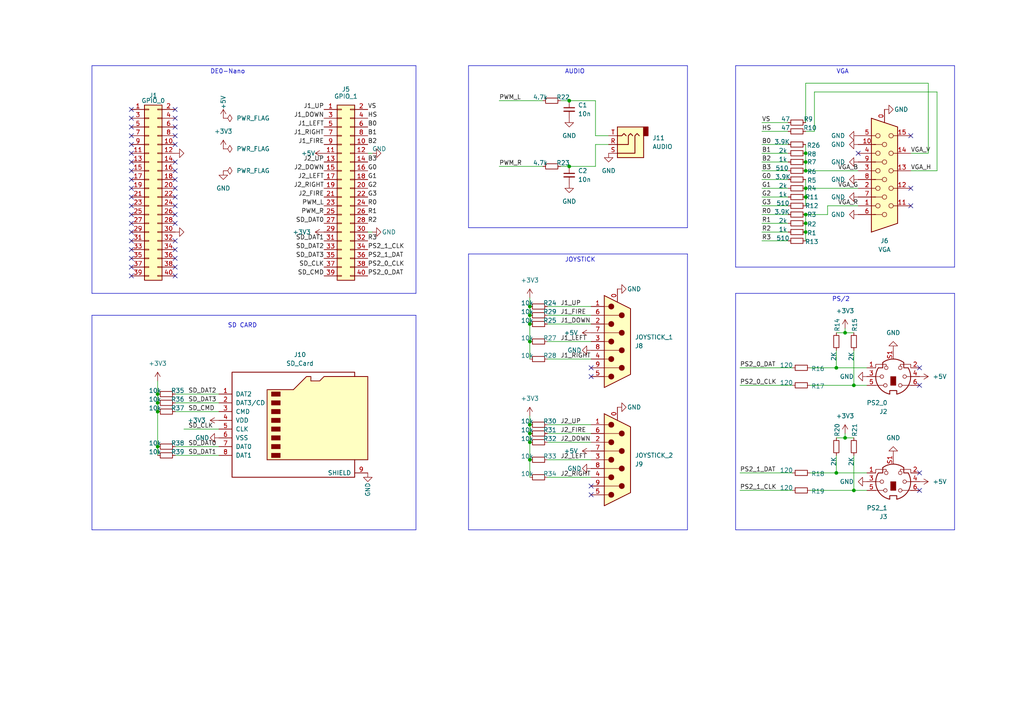
<source format=kicad_sch>
(kicad_sch (version 20230121) (generator eeschema)
  (paper "A4")
  (title_block (title "DE0-NANO COMMODORE 64") (date "2024-01-05") (rev "001") (company "Marek Czerski - ma.czerski@gmail.com"))
  (lib_symbols
    (symbol "000_LOCAL:+3.3V" (power) (pin_names (offset 0))
      (property "Value" "+3.3V" (at 0 3.556 0))
      (symbol "+3.3V_0_1"
        (polyline (pts (xy -0.762 1.27) (xy 0 2.54)))
        (polyline (pts (xy 0 0) (xy 0 2.54)))
        (polyline (pts (xy 0 2.54) (xy 0.762 1.27)))
      )
      (symbol "+3.3V_1_1"
        (pin power_in line (at 0 0 90) (length 0) hide (name "+3V3") (number "1"))
      )
    )
    (symbol "000_LOCAL:+5V" (power) (pin_names (offset 0))
      (property "Value" "+5V" (at 0 3.556 0))
      (symbol "+5V_0_1"
        (polyline (pts (xy -0.762 1.27) (xy 0 2.54)))
        (polyline (pts (xy 0 0) (xy 0 2.54)))
        (polyline (pts (xy 0 2.54) (xy 0.762 1.27)))
      )
      (symbol "+5V_1_1"
        (pin power_in line (at 0 0 90) (length 0) hide (name "+5V") (number "1"))
      )
    )
    (symbol "000_LOCAL:AudioJack3"
      (property "Reference" "J11" (at -7.62 -1.905 0))
      (property "Value" "AUDIO" (at -7.62 0.635 0))
      (symbol "AudioJack3_0_1"
        (rectangle (start -5.08 -5.08) (end -6.35 -2.54) (stroke (width 0.254)) (fill (type outline)))
        (polyline (pts (xy 0 -2.54) (xy 0.635 -3.175) (xy 1.27 -2.54) (xy 2.54 -2.54)) (stroke (width 0.254)))
        (polyline (pts (xy -1.905 -2.54) (xy -1.27 -3.175) (xy -0.635 -2.54) (xy -0.635 0) (xy 2.54 0)) (stroke (width 0.254)))
        (polyline (pts (xy 2.54 2.54) (xy -2.54 2.54) (xy -2.54 -2.54) (xy -3.175 -3.175) (xy -3.81 -2.54)) (stroke (width 0.254)))
        (rectangle (start 2.54 3.81) (end -5.08 -5.08) (stroke (width 0.254)) (fill (type background)))
      )
      (symbol "AudioJack3_1_1"
        (pin passive line (at 5.08 0 180) (length 2.54) (name "~") (number "R"))
        (pin passive line (at 5.08 2.54 180) (length 2.54) (name "~") (number "S"))
        (pin passive line (at 5.08 -2.54 180) (length 2.54) (name "~") (number "T"))
      )
    )
    (symbol "000_LOCAL:C_Small" (pin_numbers hide) (pin_names (offset 0.254) hide)
      (property "Reference" "C1" (at 2.54 1.2637 0))
      (property "Value" "10n" (at 2.54 -1.2763 0))
      (symbol "C_Small_0_1"
        (polyline (pts (xy -1.524 -0.508) (xy 1.524 -0.508)) (stroke (width 0.3302)))
        (polyline (pts (xy -1.524 0.508) (xy 1.524 0.508)) (stroke (width 0.3048)))
      )
      (symbol "C_Small_1_1"
        (pin passive line (at 0 2.54 270) (length 2.032) (name "~") (number "1"))
        (pin passive line (at 0 -2.54 90) (length 2.032) (name "~") (number "2"))
      )
    )
    (symbol "000_LOCAL:Conn_02x20_Odd_Even" (pin_names (offset 1.016) hide)
      (property "Reference" "J" (at 1.27 25.4 0))
      (property "Value" "Conn_02x20_Odd_Even" (at 1.27 -27.94 0))
      (symbol "Conn_02x20_Odd_Even_1_1"
        (rectangle (start -1.27 -25.273) (end 0 -25.527) (stroke (width 0.1524)))
        (rectangle (start -1.27 -22.733) (end 0 -22.987) (stroke (width 0.1524)))
        (rectangle (start -1.27 -20.193) (end 0 -20.447) (stroke (width 0.1524)))
        (rectangle (start -1.27 -17.653) (end 0 -17.907) (stroke (width 0.1524)))
        (rectangle (start -1.27 -15.113) (end 0 -15.367) (stroke (width 0.1524)))
        (rectangle (start -1.27 -12.573) (end 0 -12.827) (stroke (width 0.1524)))
        (rectangle (start -1.27 -10.033) (end 0 -10.287) (stroke (width 0.1524)))
        (rectangle (start -1.27 -7.493) (end 0 -7.747) (stroke (width 0.1524)))
        (rectangle (start -1.27 -4.953) (end 0 -5.207) (stroke (width 0.1524)))
        (rectangle (start -1.27 -2.413) (end 0 -2.667) (stroke (width 0.1524)))
        (rectangle (start -1.27 0.127) (end 0 -0.127) (stroke (width 0.1524)))
        (rectangle (start -1.27 2.667) (end 0 2.413) (stroke (width 0.1524)))
        (rectangle (start -1.27 5.207) (end 0 4.953) (stroke (width 0.1524)))
        (rectangle (start -1.27 7.747) (end 0 7.493) (stroke (width 0.1524)))
        (rectangle (start -1.27 10.287) (end 0 10.033) (stroke (width 0.1524)))
        (rectangle (start -1.27 12.827) (end 0 12.573) (stroke (width 0.1524)))
        (rectangle (start -1.27 15.367) (end 0 15.113) (stroke (width 0.1524)))
        (rectangle (start -1.27 17.907) (end 0 17.653) (stroke (width 0.1524)))
        (rectangle (start -1.27 20.447) (end 0 20.193) (stroke (width 0.1524)))
        (rectangle (start -1.27 22.987) (end 0 22.733) (stroke (width 0.1524)))
        (rectangle (start -1.27 24.13) (end 3.81 -26.67) (stroke (width 0.254)) (fill (type background)))
        (rectangle (start 3.81 -25.273) (end 2.54 -25.527) (stroke (width 0.1524)))
        (rectangle (start 3.81 -22.733) (end 2.54 -22.987) (stroke (width 0.1524)))
        (rectangle (start 3.81 -20.193) (end 2.54 -20.447) (stroke (width 0.1524)))
        (rectangle (start 3.81 -17.653) (end 2.54 -17.907) (stroke (width 0.1524)))
        (rectangle (start 3.81 -15.113) (end 2.54 -15.367) (stroke (width 0.1524)))
        (rectangle (start 3.81 -12.573) (end 2.54 -12.827) (stroke (width 0.1524)))
        (rectangle (start 3.81 -10.033) (end 2.54 -10.287) (stroke (width 0.1524)))
        (rectangle (start 3.81 -7.493) (end 2.54 -7.747) (stroke (width 0.1524)))
        (rectangle (start 3.81 -4.953) (end 2.54 -5.207) (stroke (width 0.1524)))
        (rectangle (start 3.81 -2.413) (end 2.54 -2.667) (stroke (width 0.1524)))
        (rectangle (start 3.81 0.127) (end 2.54 -0.127) (stroke (width 0.1524)))
        (rectangle (start 3.81 2.667) (end 2.54 2.413) (stroke (width 0.1524)))
        (rectangle (start 3.81 5.207) (end 2.54 4.953) (stroke (width 0.1524)))
        (rectangle (start 3.81 7.747) (end 2.54 7.493) (stroke (width 0.1524)))
        (rectangle (start 3.81 10.287) (end 2.54 10.033) (stroke (width 0.1524)))
        (rectangle (start 3.81 12.827) (end 2.54 12.573) (stroke (width 0.1524)))
        (rectangle (start 3.81 15.367) (end 2.54 15.113) (stroke (width 0.1524)))
        (rectangle (start 3.81 17.907) (end 2.54 17.653) (stroke (width 0.1524)))
        (rectangle (start 3.81 20.447) (end 2.54 20.193) (stroke (width 0.1524)))
        (rectangle (start 3.81 22.987) (end 2.54 22.733) (stroke (width 0.1524)))
        (pin passive line (at -5.08 22.86 0) (length 3.81) (name "Pin_1") (number "1"))
        (pin passive line (at 7.62 12.7 180) (length 3.81) (name "Pin_10") (number "10"))
        (pin passive line (at -5.08 10.16 0) (length 3.81) (name "Pin_11") (number "11"))
        (pin passive line (at 7.62 10.16 180) (length 3.81) (name "Pin_12") (number "12"))
        (pin passive line (at -5.08 7.62 0) (length 3.81) (name "Pin_13") (number "13"))
        (pin passive line (at 7.62 7.62 180) (length 3.81) (name "Pin_14") (number "14"))
        (pin passive line (at -5.08 5.08 0) (length 3.81) (name "Pin_15") (number "15"))
        (pin passive line (at 7.62 5.08 180) (length 3.81) (name "Pin_16") (number "16"))
        (pin passive line (at -5.08 2.54 0) (length 3.81) (name "Pin_17") (number "17"))
        (pin passive line (at 7.62 2.54 180) (length 3.81) (name "Pin_18") (number "18"))
        (pin passive line (at -5.08 0 0) (length 3.81) (name "Pin_19") (number "19"))
        (pin passive line (at 7.62 22.86 180) (length 3.81) (name "Pin_2") (number "2"))
        (pin passive line (at 7.62 0 180) (length 3.81) (name "Pin_20") (number "20"))
        (pin passive line (at -5.08 -2.54 0) (length 3.81) (name "Pin_21") (number "21"))
        (pin passive line (at 7.62 -2.54 180) (length 3.81) (name "Pin_22") (number "22"))
        (pin passive line (at -5.08 -5.08 0) (length 3.81) (name "Pin_23") (number "23"))
        (pin passive line (at 7.62 -5.08 180) (length 3.81) (name "Pin_24") (number "24"))
        (pin passive line (at -5.08 -7.62 0) (length 3.81) (name "Pin_25") (number "25"))
        (pin passive line (at 7.62 -7.62 180) (length 3.81) (name "Pin_26") (number "26"))
        (pin passive line (at -5.08 -10.16 0) (length 3.81) (name "Pin_27") (number "27"))
        (pin passive line (at 7.62 -10.16 180) (length 3.81) (name "Pin_28") (number "28"))
        (pin passive line (at -5.08 -12.7 0) (length 3.81) (name "Pin_29") (number "29"))
        (pin passive line (at -5.08 20.32 0) (length 3.81) (name "Pin_3") (number "3"))
        (pin passive line (at 7.62 -12.7 180) (length 3.81) (name "Pin_30") (number "30"))
        (pin passive line (at -5.08 -15.24 0) (length 3.81) (name "Pin_31") (number "31"))
        (pin passive line (at 7.62 -15.24 180) (length 3.81) (name "Pin_32") (number "32"))
        (pin passive line (at -5.08 -17.78 0) (length 3.81) (name "Pin_33") (number "33"))
        (pin passive line (at 7.62 -17.78 180) (length 3.81) (name "Pin_34") (number "34"))
        (pin passive line (at -5.08 -20.32 0) (length 3.81) (name "Pin_35") (number "35"))
        (pin passive line (at 7.62 -20.32 180) (length 3.81) (name "Pin_36") (number "36"))
        (pin passive line (at -5.08 -22.86 0) (length 3.81) (name "Pin_37") (number "37"))
        (pin passive line (at 7.62 -22.86 180) (length 3.81) (name "Pin_38") (number "38"))
        (pin passive line (at -5.08 -25.4 0) (length 3.81) (name "Pin_39") (number "39"))
        (pin passive line (at 7.62 20.32 180) (length 3.81) (name "Pin_4") (number "4"))
        (pin passive line (at 7.62 -25.4 180) (length 3.81) (name "Pin_40") (number "40"))
        (pin passive line (at -5.08 17.78 0) (length 3.81) (name "Pin_5") (number "5"))
        (pin passive line (at 7.62 17.78 180) (length 3.81) (name "Pin_6") (number "6"))
        (pin passive line (at -5.08 15.24 0) (length 3.81) (name "Pin_7") (number "7"))
        (pin passive line (at 7.62 15.24 180) (length 3.81) (name "Pin_8") (number "8"))
        (pin passive line (at -5.08 12.7 0) (length 3.81) (name "Pin_9") (number "9"))
      )
    )
    (symbol "000_LOCAL:DB15_Female_HighDensity_MountingHoles" (pin_names (offset 1.016) hide)
      (property "Reference" "J" (at 0 21.59 0))
      (property "Value" "DB15_Female_HighDensity_MountingHoles" (at 0 19.05 0))
      (symbol "DB15_Female_HighDensity_MountingHoles_0_1"
        (circle (center -1.905 -10.16) (radius 0.635))
        (circle (center -1.905 -5.08) (radius 0.635))
        (circle (center -1.905 0) (radius 0.635))
        (circle (center -1.905 5.08) (radius 0.635))
        (circle (center -1.905 10.16) (radius 0.635))
        (circle (center 0 -7.62) (radius 0.635))
        (circle (center 0 -2.54) (radius 0.635))
        (polyline (pts (xy -3.175 7.62) (xy -0.635 7.62)))
        (polyline (pts (xy -0.635 -7.62) (xy -3.175 -7.62)))
        (polyline (pts (xy -0.635 -2.54) (xy -3.175 -2.54)))
        (polyline (pts (xy -0.635 2.54) (xy -3.175 2.54)))
        (polyline (pts (xy -0.635 12.7) (xy -3.175 12.7)))
        (polyline (pts (xy -3.81 17.78) (xy -3.81 -15.24) (xy 3.81 -12.7) (xy 3.81 15.24) (xy -3.81 17.78)) (stroke (width 0.254)) (fill (type background)))
        (circle (center 0 2.54) (radius 0.635))
        (circle (center 0 7.62) (radius 0.635))
        (circle (center 0 12.7) (radius 0.635))
        (circle (center 1.905 -10.16) (radius 0.635))
        (circle (center 1.905 -5.08) (radius 0.635))
        (circle (center 1.905 0) (radius 0.635))
        (circle (center 1.905 5.08) (radius 0.635))
        (circle (center 1.905 10.16) (radius 0.635))
      )
      (symbol "DB15_Female_HighDensity_MountingHoles_1_1"
        (pin passive line (at 0 -17.78 90) (length 3.81) (name "~") (number "0"))
        (pin passive line (at -7.62 10.16 0) (length 5.08) (name "~") (number "1"))
        (pin passive line (at -7.62 -7.62 0) (length 5.08) (name "~") (number "10"))
        (pin passive line (at 7.62 10.16 180) (length 5.08) (name "~") (number "11"))
        (pin passive line (at 7.62 5.08 180) (length 5.08) (name "~") (number "12"))
        (pin passive line (at 7.62 0 180) (length 5.08) (name "~") (number "13"))
        (pin passive line (at 7.62 -5.08 180) (length 5.08) (name "~") (number "14"))
        (pin passive line (at 7.62 -10.16 180) (length 5.08) (name "~") (number "15"))
        (pin passive line (at -7.62 5.08 0) (length 5.08) (name "~") (number "2"))
        (pin passive line (at -7.62 0 0) (length 5.08) (name "~") (number "3"))
        (pin passive line (at -7.62 -5.08 0) (length 5.08) (name "~") (number "4"))
        (pin passive line (at -7.62 -10.16 0) (length 5.08) (name "~") (number "5"))
        (pin passive line (at -7.62 12.7 0) (length 5.08) (name "~") (number "6"))
        (pin passive line (at -7.62 7.62 0) (length 5.08) (name "~") (number "7"))
        (pin passive line (at -7.62 2.54 0) (length 5.08) (name "~") (number "8"))
        (pin passive line (at -7.62 -2.54 0) (length 5.08) (name "~") (number "9"))
      )
    )
    (symbol "000_LOCAL:DE9_Plug_MountingHoles" (pin_names (offset 1.016) hide)
      (property "Reference" "J8" (at 5.08 1.27 0))
      (property "Value" "JOYSTICK_1" (at 5.08 -1.27 0))
      (symbol "DE9_Plug_MountingHoles_0_1"
        (circle (center -1.778 -10.16) (radius 0.762) (fill (type outline)))
        (circle (center -1.778 -5.08) (radius 0.762) (fill (type outline)))
        (circle (center -1.778 0) (radius 0.762) (fill (type outline)))
        (circle (center -1.778 5.08) (radius 0.762) (fill (type outline)))
        (circle (center -1.778 10.16) (radius 0.762) (fill (type outline)))
        (polyline (pts (xy -3.81 -10.16) (xy -2.54 -10.16)))
        (polyline (pts (xy -3.81 -7.62) (xy 0.508 -7.62)))
        (polyline (pts (xy -3.81 -5.08) (xy -2.54 -5.08)))
        (polyline (pts (xy -3.81 -2.54) (xy 0.508 -2.54)))
        (polyline (pts (xy -3.81 0) (xy -2.54 0)))
        (polyline (pts (xy -3.81 2.54) (xy 0.508 2.54)))
        (polyline (pts (xy -3.81 5.08) (xy -2.54 5.08)))
        (polyline (pts (xy -3.81 7.62) (xy 0.508 7.62)))
        (polyline (pts (xy -3.81 10.16) (xy -2.54 10.16)))
        (polyline (pts (xy -3.81 -13.335) (xy -3.81 13.335) (xy 3.81 9.525) (xy 3.81 -9.525) (xy -3.81 -13.335)) (stroke (width 0.254)) (fill (type background)))
        (circle (center 1.27 -7.62) (radius 0.762) (fill (type outline)))
        (circle (center 1.27 -2.54) (radius 0.762) (fill (type outline)))
        (circle (center 1.27 2.54) (radius 0.762) (fill (type outline)))
        (circle (center 1.27 7.62) (radius 0.762) (fill (type outline)))
      )
      (symbol "DE9_Plug_MountingHoles_1_1"
        (pin passive line (at 0 -15.24 90) (length 3.81) (name "PAD") (number "0"))
        (pin passive line (at -7.62 -10.16 0) (length 3.81) (name "1") (number "1"))
        (pin passive line (at -7.62 -5.08 0) (length 3.81) (name "2") (number "2"))
        (pin passive line (at -7.62 0 0) (length 3.81) (name "3") (number "3"))
        (pin passive line (at -7.62 5.08 0) (length 3.81) (name "4") (number "4"))
        (pin passive line (at -7.62 10.16 0) (length 3.81) (name "5") (number "5"))
        (pin passive line (at -7.62 -7.62 0) (length 3.81) (name "6") (number "6"))
        (pin passive line (at -7.62 -2.54 0) (length 3.81) (name "7") (number "7"))
        (pin passive line (at -7.62 2.54 0) (length 3.81) (name "8") (number "8"))
        (pin passive line (at -7.62 7.62 0) (length 3.81) (name "9") (number "9"))
      )
    )
    (symbol "000_LOCAL:GND" (power) (pin_names (offset 0))
      (property "Value" "GND" (at 0 -3.81 0))
      (symbol "GND_0_1"
        (polyline (pts (xy 0 0) (xy 0 -1.27) (xy 1.27 -1.27) (xy 0 -2.54) (xy -1.27 -1.27) (xy 0 -1.27)))
      )
      (symbol "GND_1_1"
        (pin power_in line (at 0 0 270) (length 0) hide (name "GND") (number "1"))
      )
    )
    (symbol "000_LOCAL:Micro_SD_Card" (pin_names (offset 1.016))
      (property "Reference" "J10" (at 0.635 19.05 0))
      (property "Value" "SD_Card" (at 0.635 16.51 0))
      (symbol "Micro_SD_Card_0_1"
        (rectangle (start -7.62 -9.525) (end -5.08 -10.795) (fill (type outline)))
        (rectangle (start -7.62 -6.985) (end -5.08 -8.255) (fill (type outline)))
        (rectangle (start -7.62 -4.445) (end -5.08 -5.715) (fill (type outline)))
        (rectangle (start -7.62 -1.905) (end -5.08 -3.175) (fill (type outline)))
        (rectangle (start -7.62 0.635) (end -5.08 -0.635) (fill (type outline)))
        (rectangle (start -7.62 3.175) (end -5.08 1.905) (fill (type outline)))
        (rectangle (start -7.62 5.715) (end -5.08 4.445) (fill (type outline)))
        (rectangle (start -7.62 8.255) (end -5.08 6.985) (fill (type outline)))
        (polyline (pts (xy 16.51 12.7) (xy 16.51 13.97) (xy -19.05 13.97) (xy -19.05 -16.51) (xy 16.51 -16.51) (xy 16.51 -11.43)) (stroke (width 0.254)))
        (polyline (pts (xy -8.89 -11.43) (xy -8.89 8.89) (xy -1.27 8.89) (xy 2.54 12.7) (xy 3.81 12.7) (xy 3.81 11.43) (xy 6.35 11.43) (xy 7.62 12.7) (xy 20.32 12.7) (xy 20.32 -11.43) (xy -8.89 -11.43)) (stroke (width 0.254)) (fill (type background)))
      )
      (symbol "Micro_SD_Card_1_1"
        (pin bidirectional line (at -22.86 7.62 0) (length 3.81) (name "DAT2") (number "1"))
        (pin bidirectional line (at -22.86 5.08 0) (length 3.81) (name "DAT3/CD") (number "2"))
        (pin input line (at -22.86 2.54 0) (length 3.81) (name "CMD") (number "3"))
        (pin power_in line (at -22.86 0 0) (length 3.81) (name "VDD") (number "4"))
        (pin input line (at -22.86 -2.54 0) (length 3.81) (name "CLK") (number "5"))
        (pin power_in line (at -22.86 -5.08 0) (length 3.81) (name "VSS") (number "6"))
        (pin bidirectional line (at -22.86 -7.62 0) (length 3.81) (name "DAT0") (number "7"))
        (pin bidirectional line (at -22.86 -10.16 0) (length 3.81) (name "DAT1") (number "8"))
        (pin passive line (at 20.32 -15.24 180) (length 3.81) (name "SHIELD") (number "9"))
      )
    )
    (symbol "000_LOCAL:Mini-DIN-6" (pin_names (offset 1.016))
      (property "Reference" "J2" (at 1.6511 10.16 0))
      (property "Value" "PS2_0" (at 1.6511 7.62 0))
      (symbol "Mini-DIN-6_0_1"
        (circle (center -3.302 0) (radius 0.508))
        (arc (start -3.048 -4.064) (mid 0 -5.08) (end 3.048 -4.064) (stroke (width 0.254)))
        (circle (center -2.032 -2.54) (radius 0.508))
        (circle (center -2.032 2.54) (radius 0.508))
        (arc (start -1.016 5.08) (mid -4.6228 2.1214) (end -4.318 -2.54) (stroke (width 0.254)))
        (rectangle (start -0.762 2.54) (end 0.762 0) (fill (type outline)))
        (polyline (pts (xy -3.81 0) (xy -5.08 0)))
        (polyline (pts (xy -2.54 2.54) (xy -5.08 2.54)))
        (polyline (pts (xy 2.794 2.54) (xy 5.08 2.54)))
        (polyline (pts (xy 5.08 0) (xy 3.81 0)))
        (polyline (pts (xy -4.318 -2.54) (xy -3.048 -2.54) (xy -3.048 -4.064)) (stroke (width 0.254)))
        (polyline (pts (xy 4.318 -2.54) (xy 3.048 -2.54) (xy 3.048 -4.064)) (stroke (width 0.254)))
        (polyline (pts (xy -2.032 -3.048) (xy -2.032 -3.556) (xy -5.08 -3.556) (xy -5.08 -2.54)))
        (polyline (pts (xy -1.016 5.08) (xy -1.016 4.064) (xy 1.016 4.064) (xy 1.016 5.08)) (stroke (width 0.254)))
        (polyline (pts (xy 2.032 -3.048) (xy 2.032 -3.556) (xy 5.08 -3.556) (xy 5.08 -2.54)))
        (circle (center 2.032 -2.54) (radius 0.508))
        (circle (center 2.286 2.54) (radius 0.508))
        (circle (center 3.302 0) (radius 0.508))
        (arc (start 4.318 -2.54) (mid 4.6661 2.1322) (end 1.016 5.08) (stroke (width 0.254)))
      )
      (symbol "Mini-DIN-6_1_1"
        (pin passive line (at 7.62 -2.54 180) (length 2.54) (name "~") (number "1"))
        (pin passive line (at -7.62 -2.54 0) (length 2.54) (name "~") (number "2"))
        (pin passive line (at 7.62 0 180) (length 2.54) (name "~") (number "3"))
        (pin passive line (at -7.62 0 0) (length 2.54) (name "~") (number "4"))
        (pin passive line (at 7.62 2.54 180) (length 2.54) (name "~") (number "5"))
        (pin passive line (at -7.62 2.54 0) (length 2.54) (name "~") (number "6"))
        (pin passive line (at 0 -7.62 90) (length 2.54) (name "~") (number "S1"))
      )
    )
    (symbol "000_LOCAL:R_Small" (pin_numbers hide) (pin_names (offset 0.254) hide)
      (property "Reference" "R23" (at -1.016 -3.302 90))
      (property "Value" "4.7k" (at -1.016 3.302 90))
      (symbol "R_Small_0_1"
        (rectangle (start -0.762 1.778) (end 0.762 -1.778) (stroke (width 0.2032)))
      )
      (symbol "R_Small_1_1"
        (pin passive line (at 0 2.54 270) (length 0.762) (name "~") (number "1"))
        (pin passive line (at 0 -2.54 90) (length 0.762) (name "~") (number "2"))
      )
    )
    (symbol "power:PWR_FLAG" (power) (pin_numbers hide) (pin_names (offset 0) hide)
      (property "Value" "PWR_FLAG" (at 0 3.81 0))
      (symbol "PWR_FLAG_0_0"
        (pin power_out line (at 0 0 90) (length 0) (name "pwr") (number "1"))
      )
      (symbol "PWR_FLAG_0_1"
        (polyline (pts (xy 0 0) (xy 0 1.27) (xy -1.016 1.905) (xy 0 2.54) (xy 1.016 1.905) (xy 0 1.27)))
      )
    )
  )
  (junction (at 153.67 91.44))
  (junction (at 247.65 142.24))
  (junction (at 233.68 57.15))
  (junction (at 233.68 49.53))
  (junction (at 153.67 128.27))
  (junction (at 247.65 111.76))
  (junction (at 233.68 46.99))
  (junction (at 153.67 133.35))
  (junction (at 45.72 116.84))
  (junction (at 45.72 129.54))
  (junction (at 242.57 137.16))
  (junction (at 45.72 119.38))
  (junction (at 153.67 123.19))
  (junction (at 242.57 106.68))
  (junction (at 233.68 44.45))
  (junction (at 153.67 93.98))
  (junction (at 45.72 114.3))
  (junction (at 233.68 67.31))
  (junction (at 233.68 64.77))
  (junction (at 245.11 127))
  (junction (at 153.67 88.9))
  (junction (at 165.1 48.26))
  (junction (at 165.1 29.21))
  (junction (at 153.67 125.73))
  (junction (at 153.67 99.06))
  (junction (at 245.11 96.52))
  (junction (at 233.68 62.23))
  (junction (at 233.68 54.61))
  (no_connect (at 50.8 52.07))
  (no_connect (at 38.1 77.47))
  (no_connect (at 264.16 39.37))
  (no_connect (at 38.1 49.53))
  (no_connect (at 38.1 59.69))
  (no_connect (at 266.7 106.68))
  (no_connect (at 266.7 142.24))
  (no_connect (at 50.8 46.99))
  (no_connect (at 50.8 57.15))
  (no_connect (at 50.8 72.39))
  (no_connect (at 38.1 67.31))
  (no_connect (at 38.1 34.29))
  (no_connect (at 266.7 137.16))
  (no_connect (at 38.1 46.99))
  (no_connect (at 38.1 72.39))
  (no_connect (at 50.8 64.77))
  (no_connect (at 38.1 39.37))
  (no_connect (at 266.7 111.76))
  (no_connect (at 171.45 109.22))
  (no_connect (at 38.1 64.77))
  (no_connect (at 50.8 77.47))
  (no_connect (at 50.8 69.85))
  (no_connect (at 38.1 69.85))
  (no_connect (at 264.16 59.69))
  (no_connect (at 50.8 41.91))
  (no_connect (at 38.1 52.07))
  (no_connect (at 50.8 31.75))
  (no_connect (at 50.8 49.53))
  (no_connect (at 38.1 57.15))
  (no_connect (at 38.1 31.75))
  (no_connect (at 50.8 80.01))
  (no_connect (at 171.45 106.68))
  (no_connect (at 38.1 74.93))
  (no_connect (at 38.1 54.61))
  (no_connect (at 38.1 80.01))
  (no_connect (at 50.8 62.23))
  (no_connect (at 38.1 41.91))
  (no_connect (at 171.45 140.97))
  (no_connect (at 38.1 44.45))
  (no_connect (at 50.8 36.83))
  (no_connect (at 264.16 54.61))
  (no_connect (at 50.8 54.61))
  (no_connect (at 50.8 34.29))
  (no_connect (at 171.45 143.51))
  (no_connect (at 50.8 74.93))
  (no_connect (at 50.8 39.37))
  (no_connect (at 50.8 59.69))
  (no_connect (at 248.92 44.45))
  (no_connect (at 38.1 62.23))
  (no_connect (at 38.1 36.83))
  (wire (pts (xy 158.75 128.27) (xy 171.45 128.27)))
  (wire (pts (xy 220.98 41.91) (xy 228.6 41.91)))
  (polyline (pts (xy 213.36 19.05) (xy 276.86 19.05)))
  (polyline (pts (xy 26.67 153.67) (xy 120.65 153.67)))
  (wire (pts (xy 50.8 116.84) (xy 63.5 116.84)))
  (wire (pts (xy 214.63 137.16) (xy 229.87 137.16)))
  (polyline (pts (xy 276.86 19.05) (xy 276.86 77.47)))
  (wire (pts (xy 247.65 111.76) (xy 251.46 111.76)))
  (polyline (pts (xy 135.89 66.04) (xy 199.39 66.04)))
  (wire (pts (xy 158.75 93.98) (xy 171.45 93.98)))
  (wire (pts (xy 153.67 93.98) (xy 153.67 99.06)))
  (polyline (pts (xy 135.89 73.66) (xy 199.39 73.66)))
  (wire (pts (xy 153.67 88.9) (xy 153.67 91.44)))
  (wire (pts (xy 220.98 64.77) (xy 228.6 64.77)))
  (polyline (pts (xy 120.65 91.44) (xy 120.65 153.67)))
  (wire (pts (xy 220.98 49.53) (xy 228.6 49.53)))
  (polyline (pts (xy 135.89 153.67) (xy 199.39 153.67)))
  (wire (pts (xy 220.98 35.56) (xy 228.6 35.56)))
  (polyline (pts (xy 120.65 19.05) (xy 120.65 85.09)))
  (wire (pts (xy 214.63 142.24) (xy 229.87 142.24)))
  (wire (pts (xy 220.98 44.45) (xy 228.6 44.45)))
  (wire (pts (xy 233.68 44.45) (xy 233.68 46.99)))
  (wire (pts (xy 234.95 106.68) (xy 242.57 106.68)))
  (wire (pts (xy 45.72 114.3) (xy 45.72 116.84)))
  (wire (pts (xy 165.1 29.21) (xy 172.72 29.21)))
  (wire (pts (xy 144.78 48.26) (xy 157.48 48.26)))
  (wire (pts (xy 234.95 137.16) (xy 242.57 137.16)))
  (wire (pts (xy 245.11 127) (xy 247.65 127)))
  (wire (pts (xy 165.1 48.26) (xy 172.72 48.26)))
  (wire (pts (xy 153.67 128.27) (xy 153.67 133.35)))
  (wire (pts (xy 45.72 119.38) (xy 45.72 129.54)))
  (wire (pts (xy 233.68 49.53) (xy 248.92 49.53)))
  (wire (pts (xy 242.57 106.68) (xy 251.46 106.68)))
  (wire (pts (xy 240.03 59.69) (xy 248.92 59.69)))
  (wire (pts (xy 233.68 64.77) (xy 233.68 62.23)))
  (wire (pts (xy 158.75 99.06) (xy 171.45 99.06)))
  (wire (pts (xy 233.68 44.45) (xy 233.68 41.91)))
  (polyline (pts (xy 26.67 153.67) (xy 26.67 91.44)))
  (wire (pts (xy 158.75 123.19) (xy 171.45 123.19)))
  (wire (pts (xy 245.11 96.52) (xy 247.65 96.52)))
  (wire (pts (xy 245.11 95.25) (xy 245.11 96.52)))
  (wire (pts (xy 233.68 67.31) (xy 233.68 64.77)))
  (wire (pts (xy 233.68 24.13) (xy 269.24 24.13)))
  (wire (pts (xy 271.78 49.53) (xy 271.78 26.67)))
  (wire (pts (xy 172.72 41.91) (xy 176.53 41.91)))
  (polyline (pts (xy 213.36 153.67) (xy 213.36 85.09)))
  (wire (pts (xy 158.75 104.14) (xy 171.45 104.14)))
  (wire (pts (xy 236.22 26.67) (xy 271.78 26.67)))
  (wire (pts (xy 214.63 111.76) (xy 229.87 111.76)))
  (polyline (pts (xy 199.39 19.05) (xy 199.39 66.04)))
  (wire (pts (xy 220.98 59.69) (xy 228.6 59.69)))
  (wire (pts (xy 172.72 29.21) (xy 172.72 39.37)))
  (wire (pts (xy 162.56 29.21) (xy 165.1 29.21)))
  (wire (pts (xy 153.67 125.73) (xy 153.67 128.27)))
  (polyline (pts (xy 26.67 19.05) (xy 120.65 19.05)))
  (wire (pts (xy 245.11 125.73) (xy 245.11 127)))
  (wire (pts (xy 247.65 101.6) (xy 247.65 111.76)))
  (wire (pts (xy 153.67 120.65) (xy 153.67 123.19)))
  (wire (pts (xy 242.57 106.68) (xy 242.57 101.6)))
  (polyline (pts (xy 213.36 85.09) (xy 276.86 85.09)))
  (wire (pts (xy 158.75 125.73) (xy 171.45 125.73)))
  (wire (pts (xy 242.57 96.52) (xy 245.11 96.52)))
  (wire (pts (xy 233.68 24.13) (xy 233.68 35.56)))
  (wire (pts (xy 214.63 106.68) (xy 229.87 106.68)))
  (wire (pts (xy 158.75 88.9) (xy 171.45 88.9)))
  (wire (pts (xy 106.68 44.45) (xy 107.95 44.45)))
  (wire (pts (xy 220.98 62.23) (xy 228.6 62.23)))
  (wire (pts (xy 233.68 54.61) (xy 233.68 52.07)))
  (wire (pts (xy 236.22 38.1) (xy 233.68 38.1)))
  (wire (pts (xy 269.24 44.45) (xy 264.16 44.45)))
  (polyline (pts (xy 199.39 73.66) (xy 199.39 153.67)))
  (wire (pts (xy 220.98 52.07) (xy 228.6 52.07)))
  (wire (pts (xy 242.57 137.16) (xy 251.46 137.16)))
  (wire (pts (xy 53.34 124.46) (xy 63.5 124.46)))
  (polyline (pts (xy 26.67 85.09) (xy 120.65 85.09)))
  (wire (pts (xy 220.98 69.85) (xy 228.6 69.85)))
  (polyline (pts (xy 213.36 153.67) (xy 276.86 153.67)))
  (polyline (pts (xy 26.67 91.44) (xy 120.65 91.44)))
  (wire (pts (xy 220.98 57.15) (xy 228.6 57.15)))
  (wire (pts (xy 50.8 129.54) (xy 63.5 129.54)))
  (wire (pts (xy 50.8 132.08) (xy 63.5 132.08)))
  (wire (pts (xy 45.72 129.54) (xy 45.72 132.08)))
  (wire (pts (xy 50.8 114.3) (xy 63.5 114.3)))
  (polyline (pts (xy 135.89 153.67) (xy 135.89 73.66)))
  (wire (pts (xy 220.98 38.1) (xy 228.6 38.1)))
  (wire (pts (xy 233.68 46.99) (xy 233.68 49.53)))
  (wire (pts (xy 162.56 48.26) (xy 165.1 48.26)))
  (wire (pts (xy 220.98 67.31) (xy 228.6 67.31)))
  (wire (pts (xy 158.75 133.35) (xy 171.45 133.35)))
  (polyline (pts (xy 213.36 77.47) (xy 213.36 19.05)))
  (wire (pts (xy 233.68 57.15) (xy 233.68 59.69)))
  (wire (pts (xy 153.67 91.44) (xy 153.67 93.98)))
  (wire (pts (xy 106.68 67.31) (xy 107.95 67.31)))
  (wire (pts (xy 233.68 62.23) (xy 240.03 62.23)))
  (polyline (pts (xy 276.86 85.09) (xy 276.86 153.67)))
  (wire (pts (xy 144.78 29.21) (xy 157.48 29.21)))
  (wire (pts (xy 172.72 39.37) (xy 176.53 39.37)))
  (wire (pts (xy 264.16 49.53) (xy 271.78 49.53)))
  (wire (pts (xy 236.22 26.67) (xy 236.22 38.1)))
  (wire (pts (xy 153.67 99.06) (xy 153.67 104.14)))
  (wire (pts (xy 242.57 137.16) (xy 242.57 132.08)))
  (wire (pts (xy 50.8 119.38) (xy 63.5 119.38)))
  (wire (pts (xy 153.67 86.36) (xy 153.67 88.9)))
  (wire (pts (xy 158.75 91.44) (xy 171.45 91.44)))
  (wire (pts (xy 172.72 48.26) (xy 172.72 41.91)))
  (wire (pts (xy 247.65 132.08) (xy 247.65 142.24)))
  (wire (pts (xy 240.03 62.23) (xy 240.03 59.69)))
  (wire (pts (xy 269.24 44.45) (xy 269.24 24.13)))
  (polyline (pts (xy 213.36 77.47) (xy 276.86 77.47)))
  (wire (pts (xy 45.72 116.84) (xy 45.72 119.38)))
  (polyline (pts (xy 135.89 19.05) (xy 199.39 19.05)))
  (wire (pts (xy 233.68 54.61) (xy 248.92 54.61)))
  (wire (pts (xy 233.68 54.61) (xy 233.68 57.15)))
  (wire (pts (xy 153.67 133.35) (xy 153.67 138.43)))
  (wire (pts (xy 153.67 123.19) (xy 153.67 125.73)))
  (polyline (pts (xy 26.67 85.09) (xy 26.67 19.05)))
  (wire (pts (xy 158.75 138.43) (xy 171.45 138.43)))
  (wire (pts (xy 242.57 127) (xy 245.11 127)))
  (wire (pts (xy 247.65 142.24) (xy 251.46 142.24)))
  (wire (pts (xy 234.95 142.24) (xy 247.65 142.24)))
  (wire (pts (xy 45.72 110.49) (xy 45.72 114.3)))
  (wire (pts (xy 220.98 46.99) (xy 228.6 46.99)))
  (polyline (pts (xy 135.89 66.04) (xy 135.89 19.05)))
  (wire (pts (xy 233.68 67.31) (xy 233.68 69.85)))
  (wire (pts (xy 220.98 54.61) (xy 228.6 54.61)))
  (wire (pts (xy 234.95 111.76) (xy 247.65 111.76)))
  (text "VGA" (at 242.57 21.59 0) (effects (font (size 1.27 1.27)) (justify left bottom)))
  (text "JOYSTICK" (at 163.83 76.2 0) (effects (font (size 1.27 1.27)) (justify left bottom)))
  (text "SD CARD" (at 66.04 95.25 0) (effects (font (size 1.27 1.27)) (justify left bottom)))
  (text "PS/2" (at 241.3 87.63 0) (effects (font (size 1.27 1.27)) (justify left bottom)))
  (text "DE0-Nano" (at 60.96 21.59 0) (effects (font (size 1.27 1.27)) (justify left bottom)))
  (text "AUDIO" (at 163.83 21.59 0) (effects (font (size 1.27 1.27)) (justify left bottom)))
  (label "G1" (at 106.68 52.07 0))
  (label "J1_RIGHT" (at 93.98 39.37 180))
  (label "SD_DAT3" (at 54.61 116.84 0))
  (label "B1" (at 220.98 44.45 0))
  (label "J2_RIGHT" (at 93.98 54.61 180))
  (label "PS2_0_CLK" (at 106.68 77.47 0))
  (label "SD_CMD" (at 93.98 80.01 180))
  (label "VS" (at 106.68 31.75 0))
  (label "SD_DAT3" (at 93.98 74.93 180))
  (label "J1_FIRE" (at 93.98 41.91 180))
  (label "PWM_L" (at 93.98 59.69 180))
  (label "PWM_R" (at 144.78 48.26 0))
  (label "G3" (at 106.68 57.15 0))
  (label "B3" (at 106.68 46.99 0))
  (label "B0" (at 106.68 36.83 0))
  (label "VGA_V" (at 264.16 44.45 0))
  (label "VGA_H" (at 264.16 49.53 0))
  (label "SD_DAT2" (at 54.61 114.3 0))
  (label "J2_FIRE" (at 162.56 125.73 0))
  (label "R2" (at 220.98 67.31 0))
  (label "J1_LEFT" (at 162.56 99.06 0))
  (label "J1_RIGHT" (at 162.56 104.14 0))
  (label "PS2_0_CLK" (at 214.63 111.76 0))
  (label "B2" (at 106.68 41.91 0))
  (label "R0" (at 220.98 62.23 0))
  (label "SD_DAT2" (at 93.98 72.39 180))
  (label "B3" (at 220.98 49.53 0))
  (label "B1" (at 106.68 39.37 0))
  (label "R2" (at 106.68 64.77 0))
  (label "PS2_0_DAT" (at 214.63 106.68 0))
  (label "SD_DAT0" (at 54.61 129.54 0))
  (label "J2_UP" (at 162.56 123.19 0))
  (label "SD_DAT0" (at 93.98 64.77 180))
  (label "J1_LEFT" (at 93.98 36.83 180))
  (label "R0" (at 106.68 59.69 0))
  (label "PS2_1_CLK" (at 214.63 142.24 0))
  (label "G3" (at 220.98 59.69 0))
  (label "PS2_1_DAT" (at 106.68 74.93 0))
  (label "R1" (at 106.68 62.23 0))
  (label "G0" (at 106.68 49.53 0))
  (label "J2_RIGHT" (at 162.56 138.43 0))
  (label "J2_FIRE" (at 93.98 57.15 180))
  (label "SD_CLK" (at 54.61 124.46 0))
  (label "J1_DOWN" (at 93.98 34.29 180))
  (label "J1_FIRE" (at 162.56 91.44 0))
  (label "G1" (at 220.98 54.61 0))
  (label "J2_DOWN" (at 162.56 128.27 0))
  (label "G2" (at 106.68 54.61 0))
  (label "R1" (at 220.98 64.77 0))
  (label "J2_LEFT" (at 162.56 133.35 0))
  (label "SD_DAT1" (at 54.61 132.08 0))
  (label "R3" (at 106.68 69.85 0))
  (label "SD_CLK" (at 93.98 77.47 180))
  (label "J1_DOWN" (at 162.56 93.98 0))
  (label "HS" (at 220.98 38.1 0))
  (label "VGA_B" (at 248.92 49.53 180))
  (label "G2" (at 220.98 57.15 0))
  (label "PWM_L" (at 144.78 29.21 0))
  (label "J1_UP" (at 93.98 31.75 180))
  (label "PS2_0_DAT" (at 106.68 80.01 0))
  (label "J1_UP" (at 162.56 88.9 0))
  (label "HS" (at 106.68 34.29 0))
  (label "J2_UP" (at 93.98 46.99 180))
  (label "PWM_R" (at 93.98 62.23 180))
  (label "J2_DOWN" (at 93.98 49.53 180))
  (label "SD_DAT1" (at 93.98 69.85 180))
  (label "SD_CMD" (at 54.61 119.38 0))
  (label "J2_LEFT" (at 93.98 52.07 180))
  (label "G0" (at 220.98 52.07 0))
  (label "R3" (at 220.98 69.85 0))
  (label "VGA_G" (at 248.92 54.61 180))
  (label "B0" (at 220.98 41.91 0))
  (label "VS" (at 220.98 35.56 0))
  (label "PS2_1_CLK" (at 106.68 72.39 0))
  (label "VGA_R" (at 248.92 59.69 180))
  (label "B2" (at 220.98 46.99 0))
  (label "PS2_1_DAT" (at 214.63 137.16 0))
  (symbol (lib_id "000_LOCAL:DB15_Female_HighDensity_MountingHoles") (at 256.54 49.53 0) (mirror x) (unit 1)
    (property "Reference" "J6" (at 256.54 69.85 0))
    (property "Value" "VGA" (at 256.54 72.39 0))
    (property "Footprint" "000_LOCAL:AMPHENOL_ICD15S13E4GV00LF" (effects hide))
    (property "Datasheet" " ~" (effects hide))
  )
  (symbol (lib_id "000_LOCAL:Conn_02x20_Odd_Even") (at 99.06 54.61 0) (unit 1)
    (property "Reference" "J5" (at 100.33 25.908 0))
    (property "Value" "GPIO_1" (at 100.33 27.94 0))
    (property "Footprint" "000_LOCAL:PinSocket_2x20_P2.54mm_Polarized_Vertical" (effects hide))
  )
  (symbol (lib_id "000_LOCAL:Conn_02x20_Odd_Even") (at 43.18 54.61 0) (unit 1)
    (property "Reference" "J1" (at 44.45 27.686 0))
    (property "Value" "GPIO_0" (at 44.45 29.21 0))
    (property "Footprint" "000_LOCAL:PinSocket_2x20_P2.54mm_Polarized_Vertical" (effects hide))
  )
  (symbol (lib_id "000_LOCAL:GND") (at 248.92 39.37 270) (mirror x) (unit 1)
    (property "Reference" "#PWR0116" (effects hide))
    (property "Value" "GND" (at 245.11 39.37 90) (effects (justify right)))
  )
  (symbol (lib_id "000_LOCAL:GND") (at 248.92 62.23 270) (mirror x) (unit 1)
    (property "Reference" "#PWR0117" (effects hide))
    (property "Value" "GND" (at 245.11 62.23 90) (effects (justify right)))
  )
  (symbol (lib_id "000_LOCAL:GND") (at 248.92 57.15 270) (mirror x) (unit 1)
    (property "Reference" "#PWR0118" (effects hide))
    (property "Value" "GND" (at 245.11 57.15 90) (effects (justify right)))
  )
  (symbol (lib_id "000_LOCAL:GND") (at 248.92 52.07 270) (mirror x) (unit 1)
    (property "Reference" "#PWR0119" (effects hide))
    (property "Value" "GND" (at 245.11 52.07 90) (effects (justify right)))
  )
  (symbol (lib_id "000_LOCAL:GND") (at 248.92 46.99 270) (mirror x) (unit 1)
    (property "Reference" "#PWR0120" (effects hide))
    (property "Value" "GND" (at 245.11 46.99 90) (effects (justify right)))
  )
  (symbol (lib_id "000_LOCAL:GND") (at 248.92 41.91 270) (mirror x) (unit 1)
    (property "Reference" "#PWR0121" (effects hide))
    (property "Value" "GND" (at 245.11 41.91 90) (effects (justify right)))
  )
  (symbol (lib_id "000_LOCAL:GND") (at 50.8 44.45 90) (unit 1)
    (property "Reference" "#PWR0102" (effects hide))
    (property "Value" "GND" (effects hide))
  )
  (symbol (lib_id "000_LOCAL:GND") (at 50.8 67.31 90) (unit 1)
    (property "Reference" "#PWR0103" (effects hide))
    (property "Value" "GND" (effects hide))
  )
  (symbol (lib_id "000_LOCAL:GND") (at 107.95 44.45 90) (unit 1)
    (property "Reference" "#PWR0104" (effects hide))
    (property "Value" "GND" (at 107.95 43.18 90) (effects (justify right)))
  )
  (symbol (lib_id "000_LOCAL:GND") (at 107.95 67.31 90) (unit 1)
    (property "Reference" "#PWR0105" (effects hide))
    (property "Value" "GND" (at 110.744 67.31 90) (effects (justify right)))
  )
  (symbol (lib_id "000_LOCAL:R_Small") (at 231.14 67.31 90) (unit 1)
    (property "Reference" "R1" (at 235.458 67.564 90))
    (property "Value" "1k" (at 227.076 66.548 90))
    (property "Footprint" "Resistor_SMD:R_0603_1608Metric" (effects hide))
  )
  (symbol (lib_id "000_LOCAL:R_Small") (at 231.14 64.77 90) (unit 1)
    (property "Reference" "R2" (at 235.458 65.024 90))
    (property "Value" "2k" (at 227.076 64.008 90))
    (property "Footprint" "Resistor_SMD:R_0603_1608Metric" (effects hide))
  )
  (symbol (lib_id "000_LOCAL:R_Small") (at 231.14 62.23 90) (unit 1)
    (property "Reference" "R3" (at 235.458 62.23 90))
    (property "Value" "3.9K" (at 226.822 61.468 90))
    (property "Footprint" "Resistor_SMD:R_0603_1608Metric" (effects hide))
  )
  (symbol (lib_id "000_LOCAL:R_Small") (at 231.14 54.61 90) (unit 1)
    (property "Reference" "R4" (at 235.458 54.61 90))
    (property "Value" "2k" (at 227.076 53.848 90))
    (property "Footprint" "Resistor_SMD:R_0603_1608Metric" (effects hide))
  )
  (symbol (lib_id "000_LOCAL:R_Small") (at 231.14 52.07 90) (unit 1)
    (property "Reference" "R5" (at 235.458 52.324 90))
    (property "Value" "3.9K" (at 227.076 51.308 90))
    (property "Footprint" "Resistor_SMD:R_0603_1608Metric" (effects hide))
  )
  (symbol (lib_id "000_LOCAL:R_Small") (at 231.14 49.53 90) (unit 1)
    (property "Reference" "R6" (at 235.458 49.784 90))
    (property "Value" "510" (at 226.822 48.768 90))
    (property "Footprint" "Resistor_SMD:R_0603_1608Metric" (effects hide))
  )
  (symbol (lib_id "000_LOCAL:R_Small") (at 231.14 46.99 90) (unit 1)
    (property "Reference" "R7" (at 235.458 46.99 90))
    (property "Value" "1k" (at 227.076 46.228 90))
    (property "Footprint" "Resistor_SMD:R_0603_1608Metric" (effects hide))
  )
  (symbol (lib_id "000_LOCAL:R_Small") (at 231.14 44.45 90) (unit 1)
    (property "Reference" "R8" (at 235.458 44.704 90))
    (property "Value" "2k" (at 227.076 43.688 90))
    (property "Footprint" "Resistor_SMD:R_0603_1608Metric" (effects hide))
  )
  (symbol (lib_id "000_LOCAL:R_Small") (at 231.14 41.91 90) (unit 1)
    (property "Reference" "R26" (at 235.966 42.164 90))
    (property "Value" "3.9K" (at 226.822 41.148 90))
    (property "Footprint" "Resistor_SMD:R_0603_1608Metric" (effects hide))
  )
  (symbol (lib_id "000_LOCAL:R_Small") (at 231.14 38.1 90) (mirror x) (unit 1)
    (property "Reference" "R10" (at 234.95 37.084 90))
    (property "Value" "47" (at 227.838 37.084 90))
    (property "Footprint" "Resistor_SMD:R_0603_1608Metric" (effects hide))
  )
  (symbol (lib_id "000_LOCAL:R_Small") (at 231.14 35.56 90) (mirror x) (unit 1)
    (property "Reference" "R9" (at 234.442 34.544 90))
    (property "Value" "47" (at 227.838 34.544 90))
    (property "Footprint" "Resistor_SMD:R_0603_1608Metric" (effects hide))
  )
  (symbol (lib_id "000_LOCAL:GND") (at 256.54 31.75 90) (unit 1)
    (property "Reference" "#PWR0142" (effects hide))
    (property "Value" "GND" (at 259.334 31.75 90) (effects (justify right)))
  )
  (symbol (lib_id "000_LOCAL:R_Small") (at 232.41 142.24 90) (unit 1)
    (property "Reference" "R19" (at 237.236 142.494 90))
    (property "Value" "120" (at 228.092 141.478 90))
    (property "Footprint" "Resistor_SMD:R_0603_1608Metric" (effects hide))
  )
  (symbol (lib_id "000_LOCAL:R_Small") (at 160.02 29.21 90) (mirror x) (unit 1)
    (property "Reference" "R22" (at 163.322 28.194 90))
    (property "Value" "4.7k" (at 156.718 28.194 90))
    (property "Footprint" "Resistor_SMD:R_0603_1608Metric" (effects hide))
  )
  (symbol (lib_id "000_LOCAL:R_Small") (at 247.65 129.54 180) (unit 1)
    (property "Reference" "R21" (at 247.904 124.714 90))
    (property "Value" "2K" (at 246.888 133.858 90))
    (property "Footprint" "Resistor_SMD:R_0603_1608Metric" (effects hide))
  )
  (symbol (lib_id "000_LOCAL:R_Small") (at 48.26 132.08 90) (mirror x) (unit 1)
    (property "Reference" "R39" (at 51.562 131.064 90))
    (property "Value" "10k" (at 44.958 131.064 90))
    (property "Footprint" "Resistor_SMD:R_0603_1608Metric" (effects hide))
  )
  (symbol (lib_id "000_LOCAL:R_Small") (at 156.21 91.44 90) (mirror x) (unit 1)
    (property "Reference" "R29" (at 159.512 90.424 90))
    (property "Value" "10k" (at 152.908 90.424 90))
    (property "Footprint" "Resistor_SMD:R_0603_1608Metric" (effects hide))
  )
  (symbol (lib_id "000_LOCAL:R_Small") (at 156.21 123.19 90) (mirror x) (unit 1)
    (property "Reference" "R30" (at 159.512 122.174 90))
    (property "Value" "10k" (at 152.908 122.174 90))
    (property "Footprint" "Resistor_SMD:R_0603_1608Metric" (effects hide))
  )
  (symbol (lib_id "000_LOCAL:R_Small") (at 232.41 137.16 90) (unit 1)
    (property "Reference" "R18" (at 237.236 137.414 90))
    (property "Value" "120" (at 228.092 136.398 90))
    (property "Footprint" "Resistor_SMD:R_0603_1608Metric" (effects hide))
  )
  (symbol (lib_id "000_LOCAL:+3.3V") (at 245.11 125.73 0) (unit 1)
    (property "Reference" "#3.3V0102" (effects hide))
    (property "Value" "+3.3V" (at 245.11 120.65 0))
  )
  (symbol (lib_id "000_LOCAL:+3.3V") (at 153.67 120.65 0) (unit 1)
    (property "Reference" "#3.3V02" (effects hide))
    (property "Value" "+3.3V" (at 153.67 115.57 0))
  )
  (symbol (lib_id "000_LOCAL:C_Small") (at 165.1 50.8 0) (unit 1)
    (property "Reference" "C2" (at 167.64 49.5363 0) (effects (justify left)))
    (property "Value" "10n" (at 167.64 52.0763 0) (effects (justify left)))
    (property "Footprint" "Capacitor_SMD:C_0603_1608Metric" (effects hide))
  )
  (symbol (lib_id "000_LOCAL:DE9_Plug_MountingHoles") (at 179.07 133.35 0) (mirror x) (unit 1)
    (property "Reference" "J9" (at 184.15 134.62 0) (effects (justify left)))
    (property "Value" "JOYSTICK_2" (at 184.15 132.08 0) (effects (justify left)))
    (property "Footprint" "Connector_Dsub:DSUB-9_Male_Horizontal_P2.77x2.84mm_EdgePinOffset7.70mm_Housed_MountingHolesOffset9.12mm" (effects hide))
    (property "Datasheet" " ~" (effects hide))
  )
  (symbol (lib_id "000_LOCAL:GND") (at 106.68 137.16 0) (unit 1)
    (property "Reference" "#PWR012" (effects hide))
    (property "Value" "GND" (at 106.68 139.954 90) (effects (justify right)))
  )
  (symbol (lib_id "000_LOCAL:+5V") (at 171.45 96.52 90) (unit 1)
    (property "Reference" "#5V01" (effects hide))
    (property "Value" "+5V" (at 167.64 96.52 90) (effects (justify left)))
  )
  (symbol (lib_id "000_LOCAL:R_Small") (at 156.21 138.43 90) (mirror x) (unit 1)
    (property "Reference" "R34" (at 159.512 137.414 90))
    (property "Value" "10k" (at 152.908 137.414 90))
    (property "Footprint" "Resistor_SMD:R_0603_1608Metric" (effects hide))
  )
  (symbol (lib_id "000_LOCAL:R_Small") (at 48.26 116.84 90) (mirror x) (unit 1)
    (property "Reference" "R36" (at 51.562 115.824 90))
    (property "Value" "10k" (at 44.958 115.824 90))
    (property "Footprint" "Resistor_SMD:R_0603_1608Metric" (effects hide))
  )
  (symbol (lib_id "000_LOCAL:GND") (at 64.77 49.53 0) (unit 1)
    (property "Reference" "#PWR015" (effects hide))
    (property "Value" "GND" (at 64.77 54.61 0))
  )
  (symbol (lib_id "000_LOCAL:GND") (at 176.53 44.45 0) (unit 1)
    (property "Reference" "#PWR06" (effects hide))
    (property "Value" "GND" (at 176.53 49.53 0))
  )
  (symbol (lib_id "000_LOCAL:AudioJack3") (at 181.61 41.91 180) (unit 1)
    (property "Reference" "J11" (at 189.23 40.005 0) (effects (justify right)))
    (property "Value" "AUDIO" (at 189.23 42.545 0) (effects (justify right)))
    (property "Footprint" "000_LOCAL:Jack_3.5mm_CUI_SJ1-3523N_Horizontal" (effects hide))
  )
  (symbol (lib_id "000_LOCAL:Mini-DIN-6") (at 259.08 109.22 180) (unit 1)
    (property "Reference" "J2" (at 257.4289 119.38 0) (effects (justify left)))
    (property "Value" "PS2_0" (at 257.4289 116.84 0) (effects (justify left)))
    (property "Footprint" "000_LOCAL:CUI_MD-60S" (effects hide))
    (property "Datasheet" "https://www.cuidevices.com/product/interconnect/connectors/din-connectors/md-60s" (effects hide))
  )
  (symbol (lib_id "000_LOCAL:R_Small") (at 247.65 99.06 180) (unit 1)
    (property "Reference" "R15" (at 247.904 94.234 90))
    (property "Value" "2K" (at 246.888 103.378 90))
    (property "Footprint" "Resistor_SMD:R_0603_1608Metric" (effects hide))
  )
  (symbol (lib_id "000_LOCAL:GND") (at 259.08 132.08 180) (unit 1)
    (property "Reference" "#PWR011" (effects hide))
    (property "Value" "GND" (at 259.08 127 0))
  )
  (symbol (lib_id "000_LOCAL:R_Small") (at 156.21 93.98 90) (mirror x) (unit 1)
    (property "Reference" "R25" (at 159.512 92.964 90))
    (property "Value" "10k" (at 152.908 92.964 90))
    (property "Footprint" "Resistor_SMD:R_0603_1608Metric" (effects hide))
  )
  (symbol (lib_id "000_LOCAL:GND") (at 251.46 139.7 270) (unit 1)
    (property "Reference" "#PWR05" (effects hide))
    (property "Value" "GND" (at 247.65 139.7 90) (effects (justify right)))
  )
  (symbol (lib_id "000_LOCAL:C_Small") (at 165.1 31.75 0) (unit 1)
    (property "Reference" "C1" (at 167.64 30.4863 0) (effects (justify left)))
    (property "Value" "10n" (at 167.64 33.0263 0) (effects (justify left)))
    (property "Footprint" "Capacitor_SMD:C_0603_1608Metric" (effects hide))
  )
  (symbol (lib_id "000_LOCAL:R_Small") (at 48.26 114.3 90) (mirror x) (unit 1)
    (property "Reference" "R35" (at 51.562 113.284 90))
    (property "Value" "10k" (at 44.958 113.284 90))
    (property "Footprint" "Resistor_SMD:R_0603_1608Metric" (effects hide))
  )
  (symbol (lib_id "000_LOCAL:+3.3V") (at 153.67 86.36 0) (unit 1)
    (property "Reference" "#3.3V01" (effects hide))
    (property "Value" "+3.3V" (at 153.67 81.28 0))
  )
  (symbol (lib_id "000_LOCAL:R_Small") (at 242.57 99.06 180) (unit 1)
    (property "Reference" "R14" (at 242.824 94.234 90))
    (property "Value" "2K" (at 241.808 103.378 90))
    (property "Footprint" "Resistor_SMD:R_0603_1608Metric" (effects hide))
  )
  (symbol (lib_id "000_LOCAL:GND") (at 165.1 34.29 0) (unit 1)
    (property "Reference" "#PWR03" (effects hide))
    (property "Value" "GND" (at 165.1 39.37 0))
  )
  (symbol (lib_id "000_LOCAL:R_Small") (at 231.14 59.69 90) (unit 1)
    (property "Reference" "R12" (at 235.458 59.69 90))
    (property "Value" "510" (at 227.076 58.928 90))
    (property "Footprint" "Resistor_SMD:R_0603_1608Metric" (effects hide))
  )
  (symbol (lib_id "000_LOCAL:GND") (at 179.07 118.11 90) (unit 1)
    (property "Reference" "#PWR010" (effects hide))
    (property "Value" "GND" (at 181.864 118.11 90) (effects (justify right)))
  )
  (symbol (lib_id "000_LOCAL:+3.3V") (at 245.11 95.25 0) (unit 1)
    (property "Reference" "#3.3V0101" (effects hide))
    (property "Value" "+3.3V" (at 245.11 90.17 0))
  )
  (symbol (lib_id "000_LOCAL:R_Small") (at 156.21 99.06 90) (mirror x) (unit 1)
    (property "Reference" "R27" (at 159.512 98.044 90))
    (property "Value" "10k" (at 152.908 98.044 90))
    (property "Footprint" "Resistor_SMD:R_0603_1608Metric" (effects hide))
  )
  (symbol (lib_id "000_LOCAL:R_Small") (at 156.21 133.35 90) (mirror x) (unit 1)
    (property "Reference" "R33" (at 159.512 132.334 90))
    (property "Value" "10k" (at 152.908 132.334 90))
    (property "Footprint" "Resistor_SMD:R_0603_1608Metric" (effects hide))
  )
  (symbol (lib_id "power:PWR_FLAG") (at 64.77 43.18 270) (unit 1)
    (property "Reference" "#FLG03" (effects hide))
    (property "Value" "PWR_FLAG" (at 68.58 43.18 90) (effects (justify left)))
  )
  (symbol (lib_id "000_LOCAL:R_Small") (at 156.21 128.27 90) (mirror x) (unit 1)
    (property "Reference" "R32" (at 159.512 127.254 90))
    (property "Value" "10k" (at 152.908 127.254 90))
    (property "Footprint" "Resistor_SMD:R_0603_1608Metric" (effects hide))
  )
  (symbol (lib_id "000_LOCAL:R_Small") (at 231.14 57.15 90) (unit 1)
    (property "Reference" "R11" (at 235.458 57.15 90))
    (property "Value" "1k" (at 227.076 56.388 90))
    (property "Footprint" "Resistor_SMD:R_0603_1608Metric" (effects hide))
  )
  (symbol (lib_id "000_LOCAL:GND") (at 259.08 101.6 180) (unit 1)
    (property "Reference" "#PWR04" (effects hide))
    (property "Value" "GND" (at 259.08 96.52 0))
  )
  (symbol (lib_id "000_LOCAL:+5V") (at 64.77 34.29 0) (unit 1)
    (property "Reference" "#5V03" (effects hide))
    (property "Value" "+5V" (at 64.77 31.75 90) (effects (justify left)))
  )
  (symbol (lib_id "000_LOCAL:R_Small") (at 48.26 129.54 90) (mirror x) (unit 1)
    (property "Reference" "R38" (at 51.562 128.524 90))
    (property "Value" "10k" (at 44.958 128.524 90))
    (property "Footprint" "Resistor_SMD:R_0603_1608Metric" (effects hide))
  )
  (symbol (lib_id "power:PWR_FLAG") (at 64.77 34.29 270) (unit 1)
    (property "Reference" "#FLG02" (effects hide))
    (property "Value" "PWR_FLAG" (at 68.58 34.29 90) (effects (justify left)))
  )
  (symbol (lib_id "000_LOCAL:R_Small") (at 242.57 129.54 180) (unit 1)
    (property "Reference" "R20" (at 242.824 124.714 90))
    (property "Value" "2K" (at 241.808 133.858 90))
    (property "Footprint" "Resistor_SMD:R_0603_1608Metric" (effects hide))
  )
  (symbol (lib_id "000_LOCAL:R_Small") (at 156.21 125.73 90) (mirror x) (unit 1)
    (property "Reference" "R31" (at 159.512 124.714 90))
    (property "Value" "10k" (at 152.908 124.714 90))
    (property "Footprint" "Resistor_SMD:R_0603_1608Metric" (effects hide))
  )
  (symbol (lib_id "000_LOCAL:R_Small") (at 160.02 48.26 90) (mirror x) (unit 1)
    (property "Reference" "R23" (at 163.322 47.244 90))
    (property "Value" "4.7k" (at 156.718 47.244 90))
    (property "Footprint" "Resistor_SMD:R_0603_1608Metric" (effects hide))
  )
  (symbol (lib_id "000_LOCAL:+3.3V") (at 93.98 67.31 90) (unit 1)
    (property "Reference" "#3.3V0103" (effects hide))
    (property "Value" "+3.3V" (at 90.17 67.31 90) (effects (justify left)))
  )
  (symbol (lib_id "000_LOCAL:Micro_SD_Card") (at 86.36 121.92 0) (unit 1)
    (property "Reference" "J10" (at 86.995 102.87 0))
    (property "Value" "SD_Card" (at 86.995 105.41 0))
    (property "Footprint" "000_LOCAL:MOLEX_503398-1892" (effects hide))
    (property "Datasheet" "http://katalog.we-online.de/em/datasheet/693072010801.pdf" (effects hide))
  )
  (symbol (lib_id "000_LOCAL:R_Small") (at 156.21 88.9 90) (mirror x) (unit 1)
    (property "Reference" "R24" (at 159.512 87.884 90))
    (property "Value" "10k" (at 152.908 87.884 90))
    (property "Footprint" "Resistor_SMD:R_0603_1608Metric" (effects hide))
  )
  (symbol (lib_id "000_LOCAL:R_Small") (at 48.26 119.38 90) (mirror x) (unit 1)
    (property "Reference" "R37" (at 51.562 118.364 90))
    (property "Value" "10k" (at 44.958 118.364 90))
    (property "Footprint" "Resistor_SMD:R_0603_1608Metric" (effects hide))
  )
  (symbol (lib_id "000_LOCAL:GND") (at 171.45 101.6 270) (unit 1)
    (property "Reference" "#PWR08" (effects hide))
    (property "Value" "GND" (at 168.656 101.6 90) (effects (justify right)))
  )
  (symbol (lib_id "000_LOCAL:Mini-DIN-6") (at 259.08 139.7 180) (unit 1)
    (property "Reference" "J3" (at 257.4289 149.86 0) (effects (justify left)))
    (property "Value" "PS2_1" (at 257.4289 147.32 0) (effects (justify left)))
    (property "Footprint" "000_LOCAL:CUI_MD-60S" (effects hide))
    (property "Datasheet" "https://www.cuidevices.com/product/interconnect/connectors/din-connectors/md-60s" (effects hide))
  )
  (symbol (lib_id "000_LOCAL:GND") (at 171.45 135.89 270) (unit 1)
    (property "Reference" "#PWR09" (effects hide))
    (property "Value" "GND" (at 168.656 135.89 90) (effects (justify right)))
  )
  (symbol (lib_id "000_LOCAL:GND") (at 63.5 127 270) (unit 1)
    (property "Reference" "#PWR013" (effects hide))
    (property "Value" "GND" (at 60.706 127 90) (effects (justify right)))
  )
  (symbol (lib_id "000_LOCAL:R_Small") (at 156.21 104.14 90) (mirror x) (unit 1)
    (property "Reference" "R28" (at 159.512 103.124 90))
    (property "Value" "10k" (at 152.908 103.124 90))
    (property "Footprint" "Resistor_SMD:R_0603_1608Metric" (effects hide))
  )
  (symbol (lib_id "000_LOCAL:+3.3V") (at 45.72 110.49 0) (unit 1)
    (property "Reference" "#PWR014" (effects hide))
    (property "Value" "+3.3V" (at 45.72 105.41 0))
  )
  (symbol (lib_id "000_LOCAL:+3.3V") (at 64.77 43.18 0) (unit 1)
    (property "Reference" "#3.3V04" (effects hide))
    (property "Value" "+3.3V" (at 64.77 38.1 0))
  )
  (symbol (lib_id "000_LOCAL:R_Small") (at 232.41 106.68 90) (unit 1)
    (property "Reference" "R16" (at 237.236 106.934 90))
    (property "Value" "120" (at 228.092 105.918 90))
    (property "Footprint" "Resistor_SMD:R_0603_1608Metric" (effects hide))
  )
  (symbol (lib_id "000_LOCAL:+3.3V") (at 63.5 121.92 90) (unit 1)
    (property "Reference" "#3.3V03" (effects hide))
    (property "Value" "+3.3V" (at 59.69 121.92 90) (effects (justify left)))
  )
  (symbol (lib_id "000_LOCAL:DE9_Plug_MountingHoles") (at 179.07 99.06 0) (mirror x) (unit 1)
    (property "Reference" "J8" (at 184.15 100.33 0) (effects (justify left)))
    (property "Value" "JOYSTICK_1" (at 184.15 97.79 0) (effects (justify left)))
    (property "Footprint" "Connector_Dsub:DSUB-9_Male_Horizontal_P2.77x2.84mm_EdgePinOffset7.70mm_Housed_MountingHolesOffset9.12mm" (effects hide))
    (property "Datasheet" " ~" (effects hide))
  )
  (symbol (lib_id "000_LOCAL:+5V") (at 266.7 139.7 270) (unit 1)
    (property "Reference" "#5V0102" (effects hide))
    (property "Value" "+5V" (at 270.51 139.7 90) (effects (justify left)))
  )
  (symbol (lib_id "power:PWR_FLAG") (at 64.77 49.53 270) (unit 1)
    (property "Reference" "#FLG01" (effects hide))
    (property "Value" "PWR_FLAG" (at 68.58 49.53 90) (effects (justify left)))
  )
  (symbol (lib_id "000_LOCAL:GND") (at 165.1 53.34 0) (unit 1)
    (property "Reference" "#PWR01" (effects hide))
    (property "Value" "GND" (at 165.1 58.42 0))
  )
  (symbol (lib_id "000_LOCAL:+5V") (at 266.7 109.22 270) (unit 1)
    (property "Reference" "#5V0101" (effects hide))
    (property "Value" "+5V" (at 270.51 109.22 90) (effects (justify left)))
  )
  (symbol (lib_id "000_LOCAL:GND") (at 251.46 109.22 270) (unit 1)
    (property "Reference" "#PWR02" (effects hide))
    (property "Value" "GND" (at 247.65 109.22 90) (effects (justify right)))
  )
  (symbol (lib_id "000_LOCAL:R_Small") (at 232.41 111.76 90) (unit 1)
    (property "Reference" "R17" (at 237.236 112.014 90))
    (property "Value" "120" (at 228.092 110.998 90))
    (property "Footprint" "Resistor_SMD:R_0603_1608Metric" (effects hide))
  )
  (symbol (lib_id "000_LOCAL:GND") (at 179.07 83.82 90) (unit 1)
    (property "Reference" "#PWR07" (effects hide))
    (property "Value" "GND" (at 181.864 83.82 90) (effects (justify right)))
  )
  (symbol (lib_id "000_LOCAL:R_Small") (at 231.14 69.85 90) (unit 1)
    (property "Reference" "R13" (at 235.458 70.104 90))
    (property "Value" "510" (at 227.076 69.088 90))
    (property "Footprint" "Resistor_SMD:R_0603_1608Metric" (effects hide))
  )
  (symbol (lib_id "000_LOCAL:+5V") (at 93.98 44.45 90) (unit 1)
    (property "Reference" "#5V0103" (effects hide))
    (property "Value" "+5V" (at 91.44 44.45 90) (effects (justify left)))
  )
  (symbol (lib_id "000_LOCAL:+5V") (at 171.45 130.81 90) (unit 1)
    (property "Reference" "#5V02" (effects hide))
    (property "Value" "+5V" (at 167.64 130.81 90) (effects (justify left)))
  )
)
</source>
